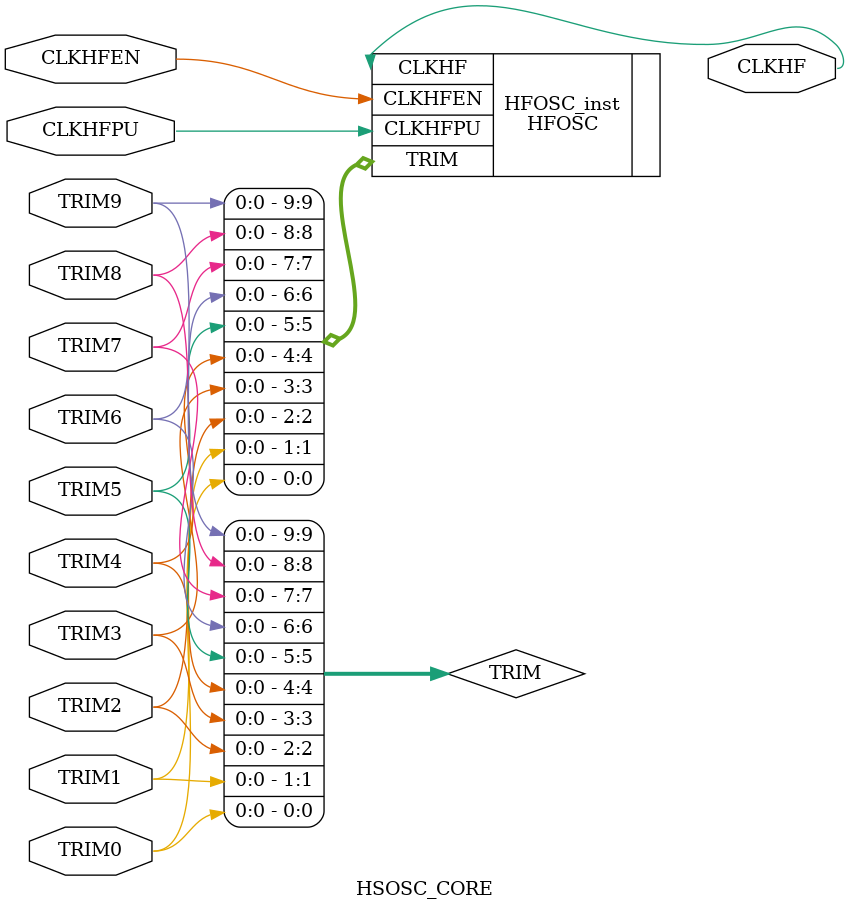
<source format=v>
`timescale 1ns/1ns
module HSOSC_CORE (CLKHFPU, CLKHFEN, TRIM9, TRIM8, TRIM7, TRIM6, TRIM5, TRIM4, TRIM3, TRIM2, TRIM1, TRIM0, CLKHF);

	//Port Type List [Expanded Bus/Bit]
	input CLKHFPU;
	input CLKHFEN;
	input TRIM9;
	input TRIM8;
	input TRIM7;
	input TRIM6;
	input TRIM5;
	input TRIM4;
	input TRIM3;
	input TRIM2;
	input TRIM1;
	input TRIM0;
	output CLKHF;


	//Assigning input IP Ports to corresponding SW bit ports [Inputs]
	wire [9:0] TRIM;
	assign TRIM = {TRIM9, TRIM8, TRIM7, TRIM6, TRIM5, TRIM4, TRIM3, TRIM2, TRIM1, TRIM0};

	//IP Ports Tied Off for Simulation
	//Attribute List
	//parameter CLKHF_DIV = "0x0"; //"0b00";
	parameter CLKHF_DIV = "0b00";
	parameter FABRIC_TRIME = "DISABLE";
	`include "convertDeviceString.v"
	//Converted Attribute List [For Device Binary / Hex String]
	//localparam CONVERTED_CLKHF_DIV = convertDeviceString(CLKHF_DIV);

	HFOSC HFOSC_inst(.CLKHFPU(CLKHFPU), .CLKHFEN(CLKHFEN), .TRIM(TRIM), .CLKHF(CLKHF));
	//defparam HFOSC_inst.CLKHF_DIV = CONVERTED_CLKHF_DIV[1:0];
	defparam HFOSC_inst.CLKHF_DIV = CLKHF_DIV;
	defparam HFOSC_inst.FABRIC_TRIME = FABRIC_TRIME;


endmodule

</source>
